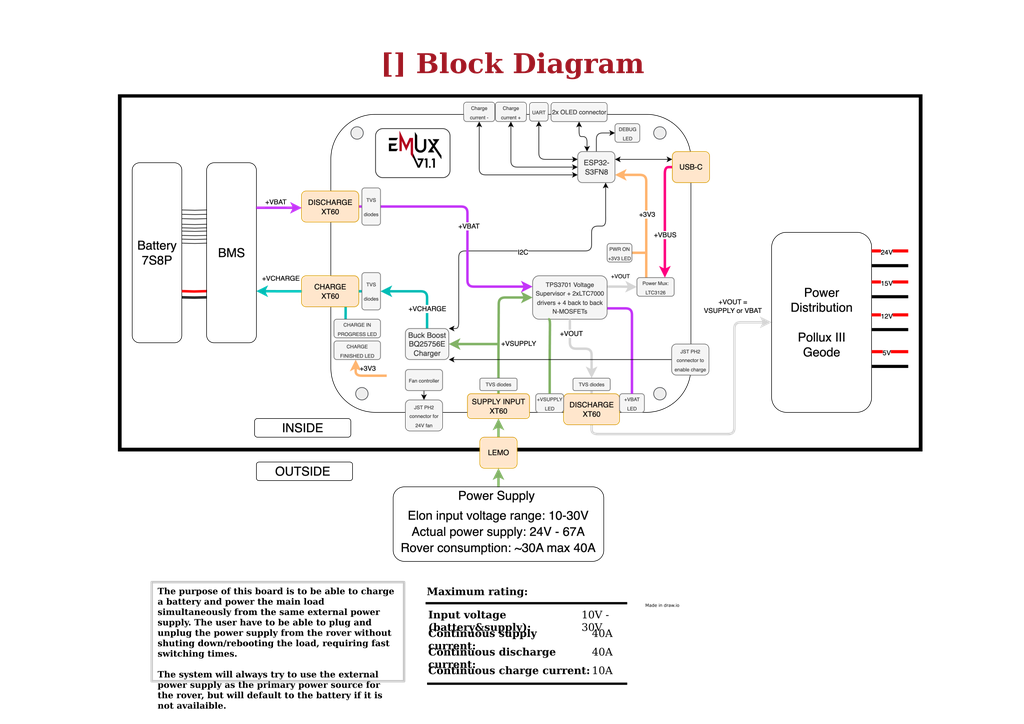
<source format=kicad_sch>
(kicad_sch (version 20250114) (generator "eeschema") (generator_version "9.0")
  (paper "A3")
  (title_block (title "Block Diagram") (date "2025-09-04") (rev "${REVISION}") (company "${COMPANY}"))
  (lib_symbols)
  (rectangle (start 175.26 280.035) (end 257.175 280.797) (stroke (width 0) (color 0 0 0 1)) (fill (type color) (color 0 0 0 1)))
  (rectangle (start 174.625 247.015) (end 257.175 247.777) (stroke (width 0) (color 0 0 0 1)) (fill (type color) (color 0 0 0 1)))
  (text "Made in draw.io" (at 264.668 249.682 0) (effects (font (size 1.27 1.27)) (justify left bottom)))
  (text_box "Continuous discharge current:" (at 173.355 263.525 0) (size 61.595 7.62) (margins 2.2859 2.2859 2.2859 2.2859) (stroke (width -0.0001)) (effects (font (size 3.048 3.048) (thickness 0.4572) (bold yes)) (justify left top)))
  (text_box "The purpose of this board is to be able to charge a battery and power the main load simultaneously from the same external power supply. The user have to be able to plug and unplug the power supply from the rover without shuting down/rebooting the load, requiring fast switching times. \n\nThe system will always try to use the external power supply as the primary power source for the rover, but will default to the battery if it is not availaible. " (at 62.23 238.76 0) (size 103.505 40.64) (margins 2.405 2.405 2.405 2.405) (stroke (width 1) (color 200 200 200 1)) (effects (font (size 2.54 2.54) (thickness 0.4) (bold yes)) (justify left top)))
  (text_box "Continuous charge current:" (at 173.355 271.145 0) (size 74.295 7.62) (margins 2.2859 2.2859 2.2859 2.2859) (stroke (width -0.0001)) (effects (font (size 3.048 3.048) (thickness 0.4572) (bold yes)) (justify left top)))
  (text_box "Input voltage (battery&supply):" (at 173.355 248.285 0) (size 64.135 7.62) (margins 2.2859 2.2859 2.2859 2.2859) (stroke (width -0.0001)) (effects (font (size 3.048 3.048) (thickness 0.4572) (bold yes)) (justify left top)))
  (text_box "40A" (at 234.95 255.905 0) (size 24.13 7.62) (margins 2.2859 2.2859 2.2859 2.2859) (stroke (width -0.0001)) (effects (font (size 3.048 3.048)) (justify top)))
  (text_box "[${#}] ${TITLE}" (at 144.78 20.32 0) (size 130.81 12.7) (margins 5.9999 5.9999 5.9999 5.9999) (stroke (width -0.0001)) (effects (font (size 8 8) (thickness 1.2) (bold yes))))
  (text_box "10A" (at 234.95 271.145 0) (size 24.13 7.62) (margins 2.2859 2.2859 2.2859 2.2859) (stroke (width -0.0001)) (effects (font (size 3.048 3.048)) (justify top)))
  (text_box "Maximum rating:" (at 172.72 238.76 0) (size 73.66 7.62) (margins 2.2859 2.2859 2.2859 2.2859) (stroke (width -0.0001)) (effects (font (size 3.048 3.048) (thickness 0.4572) (bold yes)) (justify left top)))
  (text_box "40A" (at 234.95 263.525 0) (size 24.13 7.62) (margins 2.2859 2.2859 2.2859 2.2859) (stroke (width -0.0001)) (effects (font (size 3.048 3.048)) (justify top)))
  (text_box "10V - 30V" (at 236.22 248.285 0) (size 24.13 7.62) (margins 2.2859 2.2859 2.2859 2.2859) (stroke (width -0.0001)) (effects (font (size 3.048 3.048)) (justify left top)))
  (text_box "Continuous supply current:" (at 173.355 255.905 0) (size 62.23 7.62) (margins 2.2859 2.2859 2.2859 2.2859) (stroke (width -0.0001)) (effects (font (size 3.048 3.048) (thickness 0.4572) (bold yes)) (justify left top)))
  (image (at 213.36 135.255))
)
</source>
